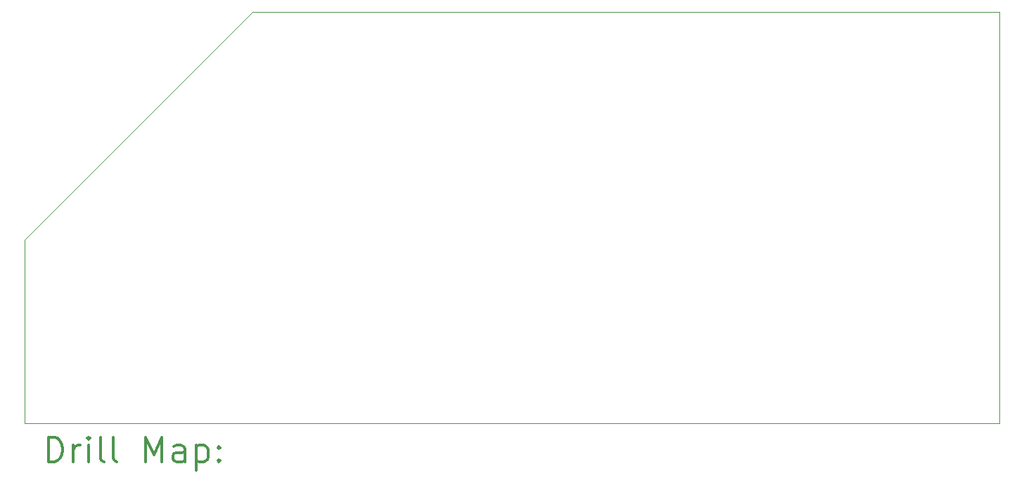
<source format=gbr>
%FSLAX45Y45*%
G04 Gerber Fmt 4.5, Leading zero omitted, Abs format (unit mm)*
G04 Created by KiCad (PCBNEW (5.1.6)-1) date 2022-03-09 09:08:43*
%MOMM*%
%LPD*%
G01*
G04 APERTURE LIST*
%TA.AperFunction,Profile*%
%ADD10C,0.050000*%
%TD*%
%ADD11C,0.200000*%
%ADD12C,0.300000*%
G04 APERTURE END LIST*
D10*
X20624800Y-5689600D02*
X20624800Y-5816600D01*
X11633200Y-5689600D02*
X20624800Y-5689600D01*
X8890000Y-8432800D02*
X11633200Y-5689600D01*
X8890000Y-10642600D02*
X8890000Y-8432800D01*
X20624800Y-10642600D02*
X8890000Y-10642600D01*
X20624800Y-5816600D02*
X20624800Y-10642600D01*
D11*
D12*
X9173928Y-11110814D02*
X9173928Y-10810814D01*
X9245357Y-10810814D01*
X9288214Y-10825100D01*
X9316786Y-10853672D01*
X9331071Y-10882243D01*
X9345357Y-10939386D01*
X9345357Y-10982243D01*
X9331071Y-11039386D01*
X9316786Y-11067957D01*
X9288214Y-11096529D01*
X9245357Y-11110814D01*
X9173928Y-11110814D01*
X9473928Y-11110814D02*
X9473928Y-10910814D01*
X9473928Y-10967957D02*
X9488214Y-10939386D01*
X9502500Y-10925100D01*
X9531071Y-10910814D01*
X9559643Y-10910814D01*
X9659643Y-11110814D02*
X9659643Y-10910814D01*
X9659643Y-10810814D02*
X9645357Y-10825100D01*
X9659643Y-10839386D01*
X9673928Y-10825100D01*
X9659643Y-10810814D01*
X9659643Y-10839386D01*
X9845357Y-11110814D02*
X9816786Y-11096529D01*
X9802500Y-11067957D01*
X9802500Y-10810814D01*
X10002500Y-11110814D02*
X9973928Y-11096529D01*
X9959643Y-11067957D01*
X9959643Y-10810814D01*
X10345357Y-11110814D02*
X10345357Y-10810814D01*
X10445357Y-11025100D01*
X10545357Y-10810814D01*
X10545357Y-11110814D01*
X10816786Y-11110814D02*
X10816786Y-10953672D01*
X10802500Y-10925100D01*
X10773928Y-10910814D01*
X10716786Y-10910814D01*
X10688214Y-10925100D01*
X10816786Y-11096529D02*
X10788214Y-11110814D01*
X10716786Y-11110814D01*
X10688214Y-11096529D01*
X10673928Y-11067957D01*
X10673928Y-11039386D01*
X10688214Y-11010814D01*
X10716786Y-10996529D01*
X10788214Y-10996529D01*
X10816786Y-10982243D01*
X10959643Y-10910814D02*
X10959643Y-11210814D01*
X10959643Y-10925100D02*
X10988214Y-10910814D01*
X11045357Y-10910814D01*
X11073928Y-10925100D01*
X11088214Y-10939386D01*
X11102500Y-10967957D01*
X11102500Y-11053672D01*
X11088214Y-11082243D01*
X11073928Y-11096529D01*
X11045357Y-11110814D01*
X10988214Y-11110814D01*
X10959643Y-11096529D01*
X11231071Y-11082243D02*
X11245357Y-11096529D01*
X11231071Y-11110814D01*
X11216786Y-11096529D01*
X11231071Y-11082243D01*
X11231071Y-11110814D01*
X11231071Y-10925100D02*
X11245357Y-10939386D01*
X11231071Y-10953672D01*
X11216786Y-10939386D01*
X11231071Y-10925100D01*
X11231071Y-10953672D01*
M02*

</source>
